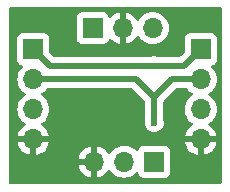
<source format=gbr>
%TF.GenerationSoftware,KiCad,Pcbnew,7.0.2-0*%
%TF.CreationDate,2024-02-15T18:07:50+00:00*%
%TF.ProjectId,rotor_test,726f746f-725f-4746-9573-742e6b696361,rev?*%
%TF.SameCoordinates,Original*%
%TF.FileFunction,Copper,L2,Bot*%
%TF.FilePolarity,Positive*%
%FSLAX46Y46*%
G04 Gerber Fmt 4.6, Leading zero omitted, Abs format (unit mm)*
G04 Created by KiCad (PCBNEW 7.0.2-0) date 2024-02-15 18:07:50*
%MOMM*%
%LPD*%
G01*
G04 APERTURE LIST*
%TA.AperFunction,ComponentPad*%
%ADD10O,1.700000X1.700000*%
%TD*%
%TA.AperFunction,ComponentPad*%
%ADD11R,1.700000X1.700000*%
%TD*%
%TA.AperFunction,ViaPad*%
%ADD12C,0.600000*%
%TD*%
%TA.AperFunction,Conductor*%
%ADD13C,0.550000*%
%TD*%
G04 APERTURE END LIST*
D10*
%TO.P,J4,3,Pin_3*%
%TO.N,GND*%
X65405000Y-60071000D03*
%TO.P,J4,2,Pin_2*%
%TO.N,R1_ENCB*%
X67945000Y-60071000D03*
D11*
%TO.P,J4,1,Pin_1*%
%TO.N,R1_ENCA*%
X70485000Y-60071000D03*
%TD*%
%TO.P,J3,1,Pin_1*%
%TO.N,SCL*%
X74422000Y-50556000D03*
D10*
%TO.P,J3,2,Pin_2*%
%TO.N,SDA*%
X74422000Y-53096000D03*
%TO.P,J3,3,Pin_3*%
%TO.N,VCC*%
X74422000Y-55636000D03*
%TO.P,J3,4,Pin_4*%
%TO.N,GND*%
X74422000Y-58176000D03*
%TD*%
D11*
%TO.P,J2,1,Pin_1*%
%TO.N,SCL*%
X60248800Y-50556000D03*
D10*
%TO.P,J2,2,Pin_2*%
%TO.N,SDA*%
X60248800Y-53096000D03*
%TO.P,J2,3,Pin_3*%
%TO.N,VCC*%
X60248800Y-55636000D03*
%TO.P,J2,4,Pin_4*%
%TO.N,GND*%
X60248800Y-58176000D03*
%TD*%
D11*
%TO.P,J1,1,Pin_1*%
%TO.N,VCC*%
X65278000Y-48768000D03*
D10*
%TO.P,J1,2,Pin_2*%
%TO.N,GND*%
X67818000Y-48768000D03*
%TO.P,J1,3,Pin_3*%
%TO.N,UPDI*%
X70358000Y-48768000D03*
%TD*%
D12*
%TO.N,SDA*%
X70485000Y-56769000D03*
%TO.N,SCL*%
X70485000Y-51943000D03*
%TO.N,GND*%
X67818000Y-50165000D03*
%TD*%
D13*
%TO.N,SCL*%
X70485000Y-51943000D02*
X73035000Y-51943000D01*
X73035000Y-51943000D02*
X74422000Y-50556000D01*
%TO.N,SDA*%
X70485000Y-54610000D02*
X71999000Y-53096000D01*
X71999000Y-53096000D02*
X74422000Y-53096000D01*
X70485000Y-54610000D02*
X68961000Y-53086000D01*
X68961000Y-53086000D02*
X60258800Y-53086000D01*
X60258800Y-53086000D02*
X60248800Y-53096000D01*
%TO.N,SCL*%
X70485000Y-51943000D02*
X61635800Y-51943000D01*
X61635800Y-51943000D02*
X60248800Y-50556000D01*
%TO.N,SDA*%
X70485000Y-56769000D02*
X70485000Y-54610000D01*
%TD*%
%TA.AperFunction,Conductor*%
%TO.N,GND*%
G36*
X76142539Y-47010185D02*
G01*
X76188294Y-47062989D01*
X76199500Y-47114500D01*
X76199500Y-61851500D01*
X76179815Y-61918539D01*
X76127011Y-61964294D01*
X76075500Y-61975500D01*
X58290500Y-61975500D01*
X58223461Y-61955815D01*
X58177706Y-61903011D01*
X58166500Y-61851500D01*
X58166500Y-60321000D01*
X64074364Y-60321000D01*
X64131569Y-60534492D01*
X64231399Y-60748576D01*
X64366893Y-60942081D01*
X64533918Y-61109106D01*
X64727423Y-61244600D01*
X64941509Y-61344430D01*
X65155000Y-61401634D01*
X65155000Y-60506501D01*
X65262685Y-60555680D01*
X65369237Y-60571000D01*
X65440763Y-60571000D01*
X65547315Y-60555680D01*
X65654999Y-60506501D01*
X65654999Y-61401633D01*
X65868490Y-61344430D01*
X66082576Y-61244600D01*
X66276081Y-61109106D01*
X66443109Y-60942078D01*
X66573119Y-60756405D01*
X66627696Y-60712780D01*
X66697194Y-60705586D01*
X66759549Y-60737109D01*
X66776265Y-60756400D01*
X66906505Y-60942401D01*
X67073599Y-61109495D01*
X67267170Y-61245035D01*
X67481337Y-61344903D01*
X67709592Y-61406063D01*
X67945000Y-61426659D01*
X68180408Y-61406063D01*
X68408663Y-61344903D01*
X68622830Y-61245035D01*
X68816401Y-61109495D01*
X68938329Y-60987566D01*
X68999648Y-60954084D01*
X69069340Y-60959068D01*
X69125274Y-61000939D01*
X69142189Y-61031916D01*
X69191204Y-61163331D01*
X69277454Y-61278546D01*
X69392669Y-61364796D01*
X69527517Y-61415091D01*
X69587127Y-61421500D01*
X71382872Y-61421499D01*
X71442483Y-61415091D01*
X71577331Y-61364796D01*
X71692546Y-61278546D01*
X71778796Y-61163331D01*
X71829091Y-61028483D01*
X71835500Y-60968873D01*
X71835499Y-59173128D01*
X71829091Y-59113517D01*
X71778796Y-58978669D01*
X71692546Y-58863454D01*
X71577331Y-58777204D01*
X71442483Y-58726909D01*
X71382873Y-58720500D01*
X71379550Y-58720500D01*
X69590439Y-58720500D01*
X69590420Y-58720500D01*
X69587128Y-58720501D01*
X69583848Y-58720853D01*
X69583840Y-58720854D01*
X69527515Y-58726909D01*
X69392669Y-58777204D01*
X69277454Y-58863454D01*
X69191204Y-58978669D01*
X69142189Y-59110083D01*
X69100317Y-59166016D01*
X69034852Y-59190433D01*
X68966580Y-59175581D01*
X68938326Y-59154430D01*
X68816404Y-59032508D01*
X68816401Y-59032505D01*
X68622830Y-58896965D01*
X68408663Y-58797097D01*
X68347502Y-58780709D01*
X68180407Y-58735936D01*
X67944999Y-58715340D01*
X67709592Y-58735936D01*
X67481336Y-58797097D01*
X67267170Y-58896965D01*
X67073598Y-59032505D01*
X66906508Y-59199595D01*
X66776269Y-59385596D01*
X66721692Y-59429220D01*
X66652193Y-59436413D01*
X66589839Y-59404891D01*
X66573119Y-59385595D01*
X66443109Y-59199921D01*
X66276081Y-59032893D01*
X66082576Y-58897399D01*
X65868492Y-58797569D01*
X65655000Y-58740364D01*
X65654999Y-59635498D01*
X65547315Y-59586320D01*
X65440763Y-59571000D01*
X65369237Y-59571000D01*
X65262685Y-59586320D01*
X65154999Y-59635498D01*
X65155000Y-58740364D01*
X65154999Y-58740364D01*
X64941507Y-58797569D01*
X64727421Y-58897400D01*
X64533921Y-59032890D01*
X64366890Y-59199921D01*
X64231400Y-59393421D01*
X64131569Y-59607507D01*
X64074364Y-59820999D01*
X64074364Y-59821000D01*
X64971314Y-59821000D01*
X64945507Y-59861156D01*
X64905000Y-59999111D01*
X64905000Y-60142889D01*
X64945507Y-60280844D01*
X64971314Y-60321000D01*
X64074364Y-60321000D01*
X58166500Y-60321000D01*
X58166500Y-55635999D01*
X58893140Y-55635999D01*
X58913736Y-55871407D01*
X58958509Y-56038501D01*
X58974897Y-56099663D01*
X59074765Y-56313830D01*
X59210305Y-56507401D01*
X59377399Y-56674495D01*
X59563396Y-56804732D01*
X59607019Y-56859307D01*
X59614212Y-56928806D01*
X59582690Y-56991160D01*
X59563395Y-57007880D01*
X59377719Y-57137892D01*
X59210690Y-57304921D01*
X59075200Y-57498421D01*
X58975369Y-57712507D01*
X58918164Y-57925999D01*
X58918164Y-57926000D01*
X59815114Y-57926000D01*
X59789307Y-57966156D01*
X59748800Y-58104111D01*
X59748800Y-58247889D01*
X59789307Y-58385844D01*
X59815114Y-58426000D01*
X58918164Y-58426000D01*
X58975369Y-58639492D01*
X59075199Y-58853576D01*
X59210693Y-59047081D01*
X59377718Y-59214106D01*
X59571223Y-59349600D01*
X59785307Y-59449430D01*
X59998798Y-59506634D01*
X59998799Y-59506634D01*
X59998799Y-58611501D01*
X60106485Y-58660680D01*
X60213037Y-58676000D01*
X60284563Y-58676000D01*
X60391115Y-58660680D01*
X60498800Y-58611501D01*
X60498800Y-59506633D01*
X60712290Y-59449430D01*
X60926376Y-59349600D01*
X61119881Y-59214106D01*
X61286906Y-59047081D01*
X61422400Y-58853576D01*
X61522230Y-58639492D01*
X61579436Y-58426000D01*
X60682486Y-58426000D01*
X60708293Y-58385844D01*
X60748800Y-58247889D01*
X60748800Y-58104111D01*
X60708293Y-57966156D01*
X60682486Y-57926000D01*
X61579436Y-57926000D01*
X61579435Y-57925999D01*
X61522230Y-57712507D01*
X61422399Y-57498421D01*
X61286909Y-57304921D01*
X61119881Y-57137893D01*
X60934204Y-57007880D01*
X60890580Y-56953303D01*
X60883387Y-56883804D01*
X60914909Y-56821450D01*
X60934199Y-56804734D01*
X61120201Y-56674495D01*
X61287295Y-56507401D01*
X61422835Y-56313830D01*
X61522703Y-56099663D01*
X61583863Y-55871408D01*
X61604459Y-55636000D01*
X61583863Y-55400592D01*
X61522703Y-55172337D01*
X61422835Y-54958171D01*
X61287295Y-54764599D01*
X61120201Y-54597505D01*
X60934639Y-54467573D01*
X60891016Y-54412998D01*
X60883822Y-54343500D01*
X60915345Y-54281145D01*
X60934637Y-54264428D01*
X61120201Y-54134495D01*
X61287295Y-53967401D01*
X61324424Y-53914374D01*
X61379001Y-53870751D01*
X61425998Y-53861500D01*
X68588416Y-53861500D01*
X68655455Y-53881185D01*
X68676097Y-53897819D01*
X69673181Y-54894903D01*
X69706666Y-54956226D01*
X69709500Y-54982584D01*
X69709500Y-56540475D01*
X69702542Y-56581429D01*
X69699631Y-56589746D01*
X69679434Y-56768999D01*
X69699631Y-56948251D01*
X69699631Y-56948253D01*
X69699632Y-56948255D01*
X69759211Y-57118522D01*
X69759212Y-57118523D01*
X69855185Y-57271264D01*
X69982735Y-57398814D01*
X69982737Y-57398815D01*
X69982738Y-57398816D01*
X70135478Y-57494789D01*
X70305745Y-57554368D01*
X70485000Y-57574565D01*
X70664255Y-57554368D01*
X70834522Y-57494789D01*
X70987262Y-57398816D01*
X71114816Y-57271262D01*
X71210789Y-57118522D01*
X71270368Y-56948255D01*
X71290565Y-56769000D01*
X71270368Y-56589745D01*
X71267457Y-56581427D01*
X71260500Y-56540475D01*
X71260500Y-54982584D01*
X71280185Y-54915545D01*
X71296819Y-54894903D01*
X72283904Y-53907819D01*
X72345227Y-53874334D01*
X72371585Y-53871500D01*
X73251804Y-53871500D01*
X73318843Y-53891185D01*
X73353378Y-53924376D01*
X73383505Y-53967401D01*
X73550599Y-54134495D01*
X73736160Y-54264426D01*
X73779783Y-54319002D01*
X73786976Y-54388501D01*
X73755454Y-54450855D01*
X73736159Y-54467575D01*
X73550595Y-54597508D01*
X73383505Y-54764598D01*
X73247965Y-54958170D01*
X73148097Y-55172336D01*
X73086936Y-55400592D01*
X73066340Y-55635999D01*
X73086936Y-55871407D01*
X73131709Y-56038502D01*
X73148097Y-56099663D01*
X73247965Y-56313830D01*
X73383505Y-56507401D01*
X73550599Y-56674495D01*
X73736596Y-56804732D01*
X73780219Y-56859307D01*
X73787412Y-56928806D01*
X73755890Y-56991160D01*
X73736595Y-57007880D01*
X73550919Y-57137892D01*
X73383890Y-57304921D01*
X73248400Y-57498421D01*
X73148569Y-57712507D01*
X73091364Y-57925999D01*
X73091364Y-57926000D01*
X73988314Y-57926000D01*
X73962507Y-57966156D01*
X73922000Y-58104111D01*
X73922000Y-58247889D01*
X73962507Y-58385844D01*
X73988314Y-58426000D01*
X73091364Y-58426000D01*
X73148569Y-58639492D01*
X73248399Y-58853576D01*
X73383893Y-59047081D01*
X73550918Y-59214106D01*
X73744423Y-59349600D01*
X73958509Y-59449430D01*
X74172000Y-59506634D01*
X74172000Y-58611501D01*
X74279685Y-58660680D01*
X74386237Y-58676000D01*
X74457763Y-58676000D01*
X74564315Y-58660680D01*
X74672000Y-58611501D01*
X74672000Y-59506633D01*
X74885490Y-59449430D01*
X75099576Y-59349600D01*
X75293081Y-59214106D01*
X75460106Y-59047081D01*
X75595600Y-58853576D01*
X75695430Y-58639492D01*
X75752636Y-58426000D01*
X74855686Y-58426000D01*
X74881493Y-58385844D01*
X74922000Y-58247889D01*
X74922000Y-58104111D01*
X74881493Y-57966156D01*
X74855686Y-57926000D01*
X75752636Y-57926000D01*
X75752635Y-57925999D01*
X75695430Y-57712507D01*
X75595599Y-57498421D01*
X75460109Y-57304921D01*
X75293081Y-57137893D01*
X75107404Y-57007880D01*
X75063780Y-56953303D01*
X75056587Y-56883804D01*
X75088109Y-56821450D01*
X75107399Y-56804734D01*
X75293401Y-56674495D01*
X75460495Y-56507401D01*
X75596035Y-56313830D01*
X75695903Y-56099663D01*
X75757063Y-55871408D01*
X75777659Y-55636000D01*
X75757063Y-55400592D01*
X75695903Y-55172337D01*
X75596035Y-54958171D01*
X75460495Y-54764599D01*
X75293401Y-54597505D01*
X75107839Y-54467573D01*
X75064216Y-54412998D01*
X75057022Y-54343500D01*
X75088545Y-54281145D01*
X75107837Y-54264428D01*
X75293401Y-54134495D01*
X75460495Y-53967401D01*
X75596035Y-53773830D01*
X75695903Y-53559663D01*
X75757063Y-53331408D01*
X75777659Y-53096000D01*
X75757063Y-52860592D01*
X75695903Y-52632337D01*
X75596035Y-52418171D01*
X75460495Y-52224599D01*
X75338569Y-52102672D01*
X75305084Y-52041350D01*
X75310068Y-51971658D01*
X75351940Y-51915725D01*
X75382915Y-51898810D01*
X75514331Y-51849796D01*
X75629546Y-51763546D01*
X75715796Y-51648331D01*
X75766091Y-51513483D01*
X75772500Y-51453873D01*
X75772499Y-49658128D01*
X75766091Y-49598517D01*
X75715796Y-49463669D01*
X75629546Y-49348454D01*
X75514331Y-49262204D01*
X75379483Y-49211909D01*
X75319873Y-49205500D01*
X75316550Y-49205500D01*
X73527439Y-49205500D01*
X73527420Y-49205500D01*
X73524128Y-49205501D01*
X73520848Y-49205853D01*
X73520840Y-49205854D01*
X73464515Y-49211909D01*
X73329669Y-49262204D01*
X73214454Y-49348454D01*
X73128204Y-49463668D01*
X73077910Y-49598515D01*
X73077909Y-49598517D01*
X73071500Y-49658127D01*
X73071500Y-49661449D01*
X73071500Y-50758414D01*
X73051815Y-50825453D01*
X73035185Y-50846090D01*
X72750095Y-51131182D01*
X72688775Y-51164666D01*
X72662416Y-51167500D01*
X70713524Y-51167500D01*
X70672569Y-51160541D01*
X70664254Y-51157631D01*
X70485000Y-51137434D01*
X70305745Y-51157631D01*
X70297431Y-51160541D01*
X70256476Y-51167500D01*
X62008385Y-51167500D01*
X61941346Y-51147815D01*
X61920704Y-51131181D01*
X61635617Y-50846095D01*
X61602132Y-50784772D01*
X61599299Y-50758423D01*
X61599299Y-49662578D01*
X63927500Y-49662578D01*
X63927501Y-49665872D01*
X63933909Y-49725483D01*
X63984204Y-49860331D01*
X64070454Y-49975546D01*
X64185669Y-50061796D01*
X64320517Y-50112091D01*
X64380127Y-50118500D01*
X66175872Y-50118499D01*
X66235483Y-50112091D01*
X66370331Y-50061796D01*
X66485546Y-49975546D01*
X66571796Y-49860331D01*
X66621003Y-49728399D01*
X66662873Y-49672467D01*
X66728337Y-49648050D01*
X66796610Y-49662901D01*
X66824865Y-49684053D01*
X66946918Y-49806106D01*
X67140423Y-49941600D01*
X67354509Y-50041430D01*
X67568000Y-50098634D01*
X67568000Y-49203501D01*
X67675685Y-49252680D01*
X67782237Y-49268000D01*
X67853763Y-49268000D01*
X67960315Y-49252680D01*
X68068000Y-49203501D01*
X68068000Y-50098633D01*
X68281490Y-50041430D01*
X68495576Y-49941600D01*
X68689081Y-49806106D01*
X68856109Y-49639078D01*
X68986119Y-49453405D01*
X69040696Y-49409780D01*
X69110194Y-49402586D01*
X69172549Y-49434109D01*
X69189265Y-49453400D01*
X69319505Y-49639401D01*
X69486599Y-49806495D01*
X69680170Y-49942035D01*
X69894337Y-50041903D01*
X70122592Y-50103063D01*
X70358000Y-50123659D01*
X70593408Y-50103063D01*
X70821663Y-50041903D01*
X71035830Y-49942035D01*
X71229401Y-49806495D01*
X71396495Y-49639401D01*
X71532035Y-49445830D01*
X71631903Y-49231663D01*
X71693063Y-49003408D01*
X71713659Y-48768000D01*
X71693063Y-48532592D01*
X71631903Y-48304337D01*
X71532035Y-48090171D01*
X71396495Y-47896599D01*
X71229401Y-47729505D01*
X71035830Y-47593965D01*
X70821663Y-47494097D01*
X70760502Y-47477709D01*
X70593407Y-47432936D01*
X70358000Y-47412340D01*
X70122592Y-47432936D01*
X69894336Y-47494097D01*
X69680170Y-47593965D01*
X69486598Y-47729505D01*
X69319508Y-47896595D01*
X69189269Y-48082596D01*
X69134692Y-48126220D01*
X69065193Y-48133413D01*
X69002839Y-48101891D01*
X68986119Y-48082595D01*
X68856109Y-47896921D01*
X68689081Y-47729893D01*
X68495576Y-47594399D01*
X68281492Y-47494569D01*
X68068000Y-47437364D01*
X68068000Y-48332498D01*
X67960315Y-48283320D01*
X67853763Y-48268000D01*
X67782237Y-48268000D01*
X67675685Y-48283320D01*
X67568000Y-48332498D01*
X67568000Y-47437364D01*
X67567999Y-47437364D01*
X67354507Y-47494569D01*
X67140421Y-47594400D01*
X66946924Y-47729888D01*
X66824865Y-47851947D01*
X66763542Y-47885431D01*
X66693850Y-47880447D01*
X66637917Y-47838575D01*
X66621002Y-47807598D01*
X66592018Y-47729888D01*
X66571796Y-47675669D01*
X66485546Y-47560454D01*
X66370331Y-47474204D01*
X66235483Y-47423909D01*
X66175873Y-47417500D01*
X66172550Y-47417500D01*
X64383439Y-47417500D01*
X64383420Y-47417500D01*
X64380128Y-47417501D01*
X64376848Y-47417853D01*
X64376840Y-47417854D01*
X64320515Y-47423909D01*
X64185669Y-47474204D01*
X64070454Y-47560454D01*
X63984204Y-47675668D01*
X63933909Y-47810516D01*
X63929455Y-47851947D01*
X63927500Y-47870127D01*
X63927500Y-47873448D01*
X63927500Y-47873449D01*
X63927500Y-49662560D01*
X63927500Y-49662578D01*
X61599299Y-49662578D01*
X61599299Y-49658128D01*
X61592891Y-49598517D01*
X61542596Y-49463669D01*
X61456346Y-49348454D01*
X61341131Y-49262204D01*
X61206283Y-49211909D01*
X61146673Y-49205500D01*
X61143350Y-49205500D01*
X59354239Y-49205500D01*
X59354220Y-49205500D01*
X59350928Y-49205501D01*
X59347648Y-49205853D01*
X59347640Y-49205854D01*
X59291315Y-49211909D01*
X59156469Y-49262204D01*
X59041254Y-49348454D01*
X58955004Y-49463668D01*
X58904710Y-49598515D01*
X58904709Y-49598517D01*
X58898300Y-49658127D01*
X58898300Y-49661448D01*
X58898300Y-49661449D01*
X58898300Y-51450560D01*
X58898300Y-51450578D01*
X58898301Y-51453872D01*
X58904709Y-51513483D01*
X58955004Y-51648331D01*
X59041254Y-51763546D01*
X59156469Y-51849796D01*
X59268707Y-51891658D01*
X59287882Y-51898810D01*
X59343816Y-51940681D01*
X59368233Y-52006146D01*
X59353381Y-52074419D01*
X59332231Y-52102673D01*
X59210303Y-52224601D01*
X59074765Y-52418170D01*
X58974897Y-52632336D01*
X58913736Y-52860592D01*
X58893140Y-53095999D01*
X58913736Y-53331407D01*
X58938974Y-53425596D01*
X58974897Y-53559663D01*
X59074765Y-53773830D01*
X59210305Y-53967401D01*
X59377399Y-54134495D01*
X59562960Y-54264426D01*
X59606583Y-54319002D01*
X59613776Y-54388501D01*
X59582254Y-54450855D01*
X59562959Y-54467575D01*
X59377395Y-54597508D01*
X59210305Y-54764598D01*
X59074765Y-54958170D01*
X58974897Y-55172336D01*
X58913736Y-55400592D01*
X58893140Y-55635999D01*
X58166500Y-55635999D01*
X58166500Y-47114500D01*
X58186185Y-47047461D01*
X58238989Y-47001706D01*
X58290500Y-46990500D01*
X76075500Y-46990500D01*
X76142539Y-47010185D01*
G37*
%TD.AperFunction*%
%TD*%
M02*

</source>
